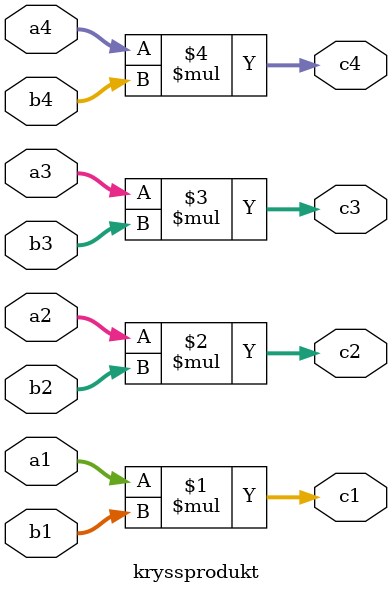
<source format=v>
module kryssprodukt (
    //Definerer input verdier som skal være elementer i en vektor.
    //Verdiene er en array av bits som stiger fra 0-8, altså 8 bits.
    //Dette vil da bety at hvert element kan da inneholde 256 forskjellige tall. 
    input [7:0] a1, a2, a3, a4,
    input [7:0] b1, b2, b3, b4,

    //Definerer en output som skal skal være elementer i resulterende vektor.
    //Verdiene er en array av bits som stiger fra 0-9, altså 9 bits.
    //Dette betyr at hvert element kan da representere opptil 512 tall. Dette er gjort da 
    //vi ikke støtter på problemer ved å plusse to tall som representerer 256.
    output [7:0] c1, c2, c3, c4
);

    //Vi tilegner hvert element i den resulterende vektoren produktet av input vektor 1 og input vektor 2
    assign c1 = a1 * b1; 
    assign c2 = a2 * b2; 
    assign c3 = a3 * b3;
    assign c4 = a4 * b4;
endmodule
</source>
